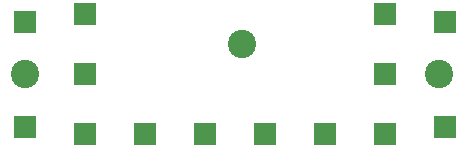
<source format=gbs>
%TF.GenerationSoftware,KiCad,Pcbnew,(6.0.5)*%
%TF.CreationDate,2023-09-23T13:50:41+09:00*%
%TF.ProjectId,20230918_Barcoder8,32303233-3039-4313-985f-426172636f64,rev?*%
%TF.SameCoordinates,Original*%
%TF.FileFunction,Soldermask,Bot*%
%TF.FilePolarity,Negative*%
%FSLAX46Y46*%
G04 Gerber Fmt 4.6, Leading zero omitted, Abs format (unit mm)*
G04 Created by KiCad (PCBNEW (6.0.5)) date 2023-09-23 13:50:41*
%MOMM*%
%LPD*%
G01*
G04 APERTURE LIST*
G04 Aperture macros list*
%AMRoundRect*
0 Rectangle with rounded corners*
0 $1 Rounding radius*
0 $2 $3 $4 $5 $6 $7 $8 $9 X,Y pos of 4 corners*
0 Add a 4 corners polygon primitive as box body*
4,1,4,$2,$3,$4,$5,$6,$7,$8,$9,$2,$3,0*
0 Add four circle primitives for the rounded corners*
1,1,$1+$1,$2,$3*
1,1,$1+$1,$4,$5*
1,1,$1+$1,$6,$7*
1,1,$1+$1,$8,$9*
0 Add four rect primitives between the rounded corners*
20,1,$1+$1,$2,$3,$4,$5,0*
20,1,$1+$1,$4,$5,$6,$7,0*
20,1,$1+$1,$6,$7,$8,$9,0*
20,1,$1+$1,$8,$9,$2,$3,0*%
G04 Aperture macros list end*
%ADD10RoundRect,0.100000X-0.850000X-0.850000X0.850000X-0.850000X0.850000X0.850000X-0.850000X0.850000X0*%
%ADD11C,2.400000*%
G04 APERTURE END LIST*
D10*
%TO.C,REF\u002A\u002A*%
X124460000Y-74295000D03*
%TD*%
%TO.C,P1*%
X154940000Y-78740000D03*
%TD*%
%TO.C,G2*%
X149860000Y-83820000D03*
%TD*%
%TO.C,REF\u002A\u002A*%
X124460000Y-83185000D03*
%TD*%
D11*
%TO.C,H2*%
X159500000Y-78740000D03*
%TD*%
D10*
%TO.C,OUT1*%
X154940000Y-83820000D03*
%TD*%
%TO.C,T1*%
X129540000Y-83820000D03*
%TD*%
%TO.C,A1*%
X129540000Y-78740000D03*
%TD*%
D11*
%TO.C,J1*%
X142810000Y-76200000D03*
%TD*%
%TO.C,H1*%
X124500000Y-78740000D03*
%TD*%
D10*
%TO.C,REF\u002A\u002A*%
X160020000Y-83185000D03*
%TD*%
%TO.C,N1*%
X129540000Y-73660000D03*
%TD*%
%TO.C,BZ1*%
X139700000Y-83820000D03*
%TD*%
%TO.C,V5*%
X154940000Y-73660000D03*
%TD*%
%TO.C,BZ2*%
X144780000Y-83820000D03*
%TD*%
%TO.C,REF\u002A\u002A*%
X160020000Y-74295000D03*
%TD*%
%TO.C,G1*%
X134620000Y-83820000D03*
%TD*%
M02*

</source>
